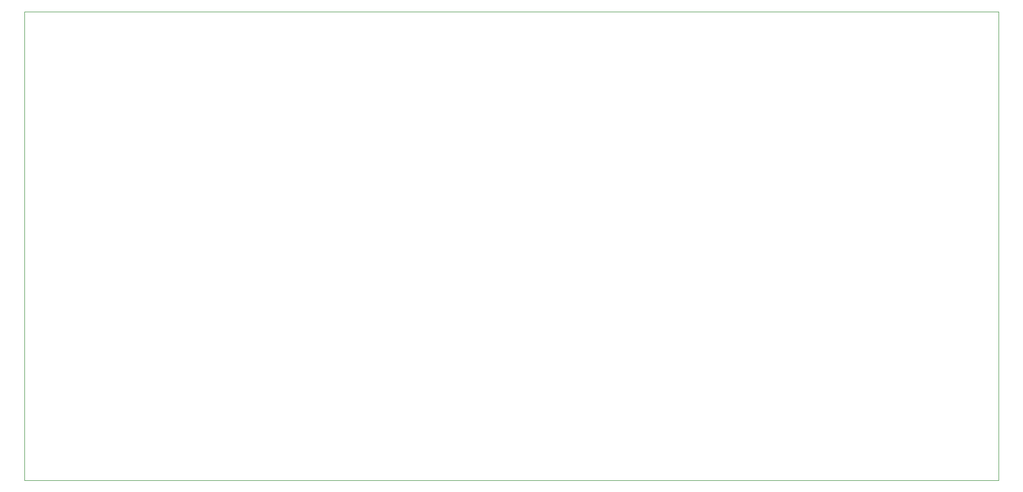
<source format=gbr>
%TF.GenerationSoftware,KiCad,Pcbnew,8.0.8*%
%TF.CreationDate,2025-04-22T20:57:00-07:00*%
%TF.ProjectId,logic,6c6f6769-632e-46b6-9963-61645f706362,rev?*%
%TF.SameCoordinates,Original*%
%TF.FileFunction,Profile,NP*%
%FSLAX46Y46*%
G04 Gerber Fmt 4.6, Leading zero omitted, Abs format (unit mm)*
G04 Created by KiCad (PCBNEW 8.0.8) date 2025-04-22 20:57:00*
%MOMM*%
%LPD*%
G01*
G04 APERTURE LIST*
%TA.AperFunction,Profile*%
%ADD10C,0.050000*%
%TD*%
G04 APERTURE END LIST*
D10*
X70070000Y-50120000D02*
X232090000Y-50120000D01*
X232090000Y-128040000D01*
X70070000Y-128040000D01*
X70070000Y-50120000D01*
M02*

</source>
